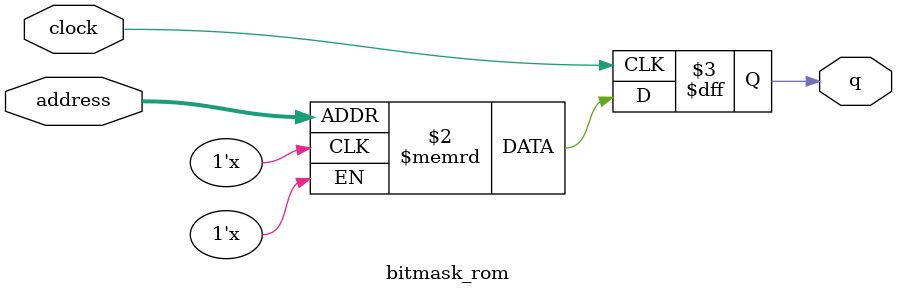
<source format=sv>
module bitmask_rom (
	input logic clock,
	input logic [7:0] address,
	output logic [0:0] q
);

logic [0:0] memory [0:191] /* synthesis ram_init_file = "./Modules/ROMs/bitmask/bitmask.mif" */;

always_ff @ (posedge clock) begin
	q <= memory[address];
end

endmodule

</source>
